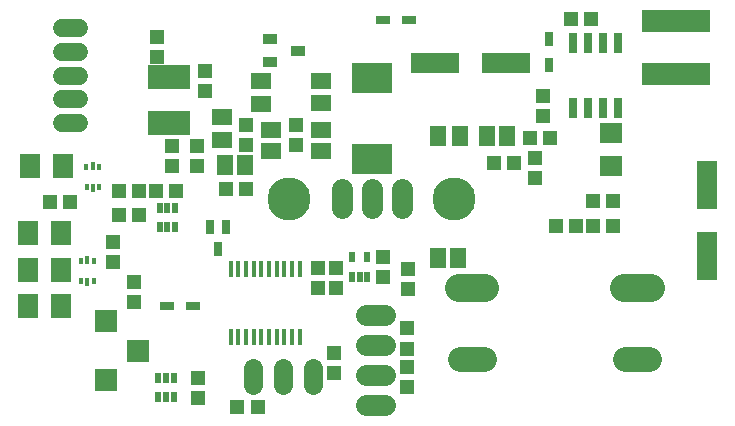
<source format=gts>
G75*
%MOIN*%
%OFA0B0*%
%FSLAX25Y25*%
%IPPOS*%
%LPD*%
%AMOC8*
5,1,8,0,0,1.08239X$1,22.5*
%
%ADD10C,0.14380*%
%ADD11R,0.04852X0.04734*%
%ADD12R,0.04931X0.04537*%
%ADD13C,0.06937*%
%ADD14R,0.05718X0.06506*%
%ADD15R,0.06506X0.05718*%
%ADD16R,0.04537X0.04931*%
%ADD17R,0.01781X0.05324*%
%ADD18R,0.02175X0.03750*%
%ADD19R,0.06899X0.08474*%
%ADD20R,0.02962X0.06506*%
%ADD21R,0.04537X0.02962*%
%ADD22R,0.02962X0.04537*%
%ADD23R,0.02175X0.03356*%
%ADD24R,0.02569X0.04537*%
%ADD25R,0.07698X0.06899*%
%ADD26R,0.13986X0.08080*%
%ADD27C,0.06200*%
%ADD28R,0.01831X0.02362*%
%ADD29R,0.01831X0.02953*%
%ADD30R,0.13592X0.10443*%
%ADD31R,0.04537X0.03750*%
%ADD32R,0.23041X0.07293*%
%ADD33R,0.06899X0.16348*%
%ADD34R,0.16348X0.06899*%
%ADD35C,0.06150*%
%ADD36R,0.07724X0.07724*%
%ADD37C,0.08474*%
%ADD38C,0.09458*%
D10*
X0102594Y0100649D03*
X0157712Y0100649D03*
D11*
X0118342Y0077716D03*
X0112436Y0077716D03*
X0112436Y0070826D03*
X0118342Y0070826D03*
X0141964Y0057637D03*
X0141964Y0050747D03*
D12*
X0141964Y0044547D03*
X0141964Y0037854D03*
X0117554Y0042578D03*
X0117554Y0049271D03*
X0072279Y0041003D03*
X0072279Y0034310D03*
X0051019Y0066200D03*
X0051019Y0072893D03*
X0043932Y0079586D03*
X0043932Y0086279D03*
X0081728Y0103995D03*
X0088420Y0103995D03*
X0072082Y0111673D03*
X0072082Y0118365D03*
X0074641Y0136673D03*
X0074641Y0143365D03*
X0058696Y0148090D03*
X0058696Y0154783D03*
X0170901Y0112657D03*
X0177594Y0112657D03*
X0184483Y0114232D03*
X0184483Y0107539D03*
X0203972Y0099862D03*
X0210665Y0099862D03*
X0142357Y0077224D03*
X0142357Y0070531D03*
X0187239Y0128208D03*
X0187239Y0134901D03*
X0196491Y0160491D03*
X0203184Y0160491D03*
D13*
X0140153Y0103817D02*
X0140153Y0097480D01*
X0130153Y0097480D02*
X0130153Y0103817D01*
X0120153Y0103817D02*
X0120153Y0097480D01*
X0128461Y0061810D02*
X0134798Y0061810D01*
X0134798Y0051810D02*
X0128461Y0051810D01*
X0128461Y0041810D02*
X0134798Y0041810D01*
X0134798Y0031810D02*
X0128461Y0031810D01*
D14*
X0152200Y0080964D03*
X0158893Y0080964D03*
X0088027Y0112066D03*
X0081334Y0112066D03*
X0152200Y0121515D03*
X0159680Y0121515D03*
X0168735Y0121515D03*
X0175428Y0121515D03*
D15*
X0113224Y0123484D03*
X0113224Y0116791D03*
X0096688Y0116791D03*
X0096688Y0123484D03*
X0080153Y0120334D03*
X0080153Y0127814D03*
X0093145Y0132342D03*
X0093145Y0139822D03*
X0113224Y0140019D03*
X0113224Y0132539D03*
D16*
X0104956Y0125452D03*
X0104956Y0118759D03*
X0088420Y0118759D03*
X0088420Y0125452D03*
X0063617Y0118365D03*
X0063617Y0111673D03*
X0064995Y0103405D03*
X0058302Y0103405D03*
X0052791Y0103405D03*
X0046098Y0103405D03*
X0046098Y0095137D03*
X0052791Y0095137D03*
X0029562Y0099468D03*
X0022869Y0099468D03*
X0134090Y0081161D03*
X0134090Y0074468D03*
X0191767Y0091594D03*
X0198460Y0091594D03*
X0203972Y0091594D03*
X0210665Y0091594D03*
X0189602Y0121121D03*
X0182909Y0121121D03*
X0092161Y0031358D03*
X0085468Y0031358D03*
D17*
X0085763Y0054586D03*
X0083204Y0054586D03*
X0088322Y0054586D03*
X0090881Y0054586D03*
X0093440Y0054586D03*
X0095999Y0054586D03*
X0098558Y0054586D03*
X0101117Y0054586D03*
X0103676Y0054586D03*
X0106235Y0054586D03*
X0106235Y0077421D03*
X0103676Y0077421D03*
X0101117Y0077421D03*
X0098558Y0077421D03*
X0095999Y0077421D03*
X0093440Y0077421D03*
X0090881Y0077421D03*
X0088322Y0077421D03*
X0085763Y0077421D03*
X0083204Y0077421D03*
D18*
X0059090Y0034507D03*
X0061649Y0034507D03*
X0064208Y0034507D03*
X0064208Y0040806D03*
X0061649Y0040806D03*
X0059090Y0040806D03*
X0059483Y0091200D03*
X0062043Y0091200D03*
X0064602Y0091200D03*
X0064602Y0097499D03*
X0062043Y0097499D03*
X0059483Y0097499D03*
D19*
X0026609Y0089232D03*
X0015586Y0089232D03*
X0015586Y0077027D03*
X0026609Y0077027D03*
X0026609Y0064822D03*
X0015586Y0064822D03*
X0016373Y0111673D03*
X0027397Y0111673D03*
D20*
X0197456Y0131121D03*
X0202456Y0131121D03*
X0207456Y0131121D03*
X0212456Y0131121D03*
X0212456Y0152775D03*
X0207456Y0152775D03*
X0202456Y0152775D03*
X0197456Y0152775D03*
D21*
X0142751Y0160295D03*
X0134090Y0160295D03*
X0070704Y0064822D03*
X0062043Y0064822D03*
D22*
X0189208Y0145137D03*
X0189208Y0153799D03*
D23*
X0128775Y0081161D03*
X0123657Y0081161D03*
X0123657Y0074468D03*
X0126216Y0074468D03*
X0128775Y0074468D03*
D24*
X0081531Y0091200D03*
X0076413Y0091200D03*
X0078972Y0084114D03*
D25*
X0210074Y0111586D03*
X0210074Y0122783D03*
D26*
X0062633Y0125846D03*
X0062633Y0141200D03*
D27*
X0090625Y0044197D02*
X0090625Y0038597D01*
X0100625Y0038597D02*
X0100625Y0044197D01*
X0110625Y0044197D02*
X0110625Y0038597D01*
D28*
X0037584Y0073287D03*
X0033332Y0073287D03*
X0033332Y0079980D03*
X0037564Y0079980D03*
X0039375Y0104586D03*
X0035143Y0104586D03*
X0035123Y0111279D03*
X0039375Y0111279D03*
D29*
X0037249Y0111574D03*
X0037249Y0104291D03*
X0035458Y0080275D03*
X0035458Y0072991D03*
D30*
X0130153Y0114035D03*
X0130153Y0140806D03*
D31*
X0105743Y0150058D03*
X0096294Y0146318D03*
X0096294Y0153799D03*
D32*
X0231728Y0159901D03*
X0231728Y0142184D03*
D33*
X0241964Y0105177D03*
X0241964Y0081554D03*
D34*
X0175035Y0145925D03*
X0151413Y0145925D03*
D35*
X0032534Y0149665D02*
X0026984Y0149665D01*
X0026984Y0157539D02*
X0032534Y0157539D01*
X0032534Y0141791D02*
X0026984Y0141791D01*
X0026984Y0133917D02*
X0032534Y0133917D01*
X0032534Y0126043D02*
X0026984Y0126043D01*
D36*
X0041570Y0059901D03*
X0052200Y0050058D03*
X0041570Y0040216D03*
D37*
X0159680Y0047302D02*
X0167554Y0047302D01*
X0214798Y0047302D02*
X0222672Y0047302D01*
D38*
X0223165Y0070925D02*
X0214306Y0070925D01*
X0168046Y0070925D02*
X0159188Y0070925D01*
M02*

</source>
